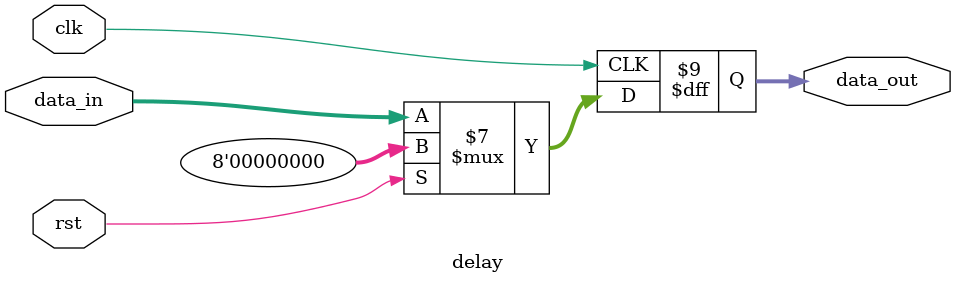
<source format=sv>
`default_nettype none

module delay #(
    parameter int WIDTH = 8,
    parameter int DEPTH = 1
) (
    input  logic             clk,
    input  logic             rst,
    input  logic [WIDTH-1:0] data_in,
    output logic [WIDTH-1:0] data_out
);

    generate
        if (DEPTH == 0) begin : no_delay
            assign data_out = data_in;
        end else if (DEPTH == 1) begin : single_delay
            always @(posedge clk) begin
                if (rst)
                    data_out <= '0;
                else
                    data_out <= data_in;
            end
        end else begin : multi_delay
            logic [WIDTH-1:0] delay_pipe [DEPTH-1:0];
            
            always @(posedge clk) begin
                if (rst) begin
                    for (int i = 0; i < DEPTH; i++) begin
                        delay_pipe[i] <= '0;
                    end
                end else begin
                    delay_pipe[0] <= data_in;
                    for (int i = 1; i < DEPTH; i++) begin
                        delay_pipe[i] <= delay_pipe[i-1];
                    end
                end
            end
            
            assign data_out = delay_pipe[DEPTH-1];
        end
    endgenerate

endmodule

</source>
